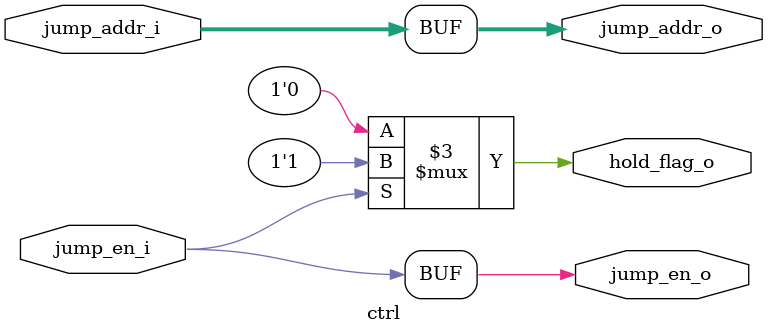
<source format=v>
module ctrl(
	input wire [31:0]jump_addr_i,
	input wire jump_en_i,
	
	output reg [31:0]jump_addr_o,
	output reg jump_en_o,
	output reg hold_flag_o	
);

	always @(*)begin
		jump_addr_o = jump_addr_i;
		jump_en_o = jump_en_i; 
		if(jump_en_i)
			hold_flag_o = 1'b1;
		else
			hold_flag_o = 1'b0;
	end
endmodule
</source>
